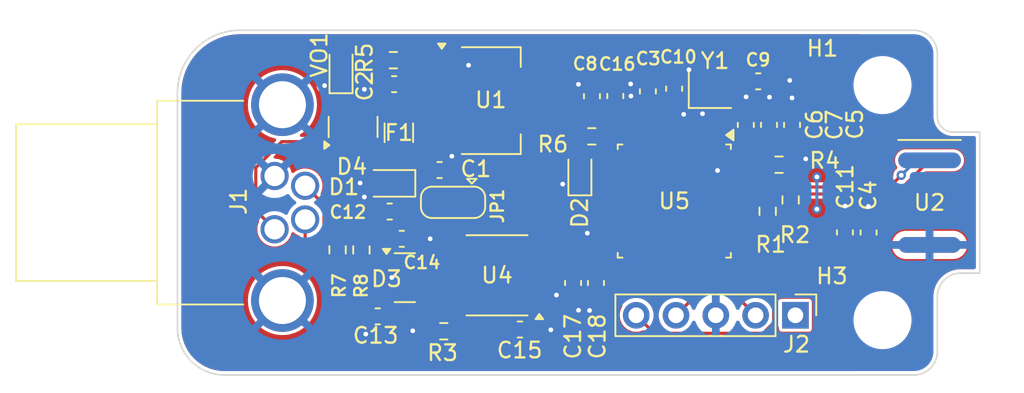
<source format=kicad_pcb>
(kicad_pcb
	(version 20240108)
	(generator "pcbnew")
	(generator_version "8.0")
	(general
		(thickness 1.6)
		(legacy_teardrops no)
	)
	(paper "A4")
	(layers
		(0 "F.Cu" signal)
		(31 "B.Cu" signal)
		(32 "B.Adhes" user "B.Adhesive")
		(33 "F.Adhes" user "F.Adhesive")
		(34 "B.Paste" user)
		(35 "F.Paste" user)
		(36 "B.SilkS" user "B.Silkscreen")
		(37 "F.SilkS" user "F.Silkscreen")
		(38 "B.Mask" user)
		(39 "F.Mask" user)
		(40 "Dwgs.User" user "User.Drawings")
		(41 "Cmts.User" user "User.Comments")
		(42 "Eco1.User" user "User.Eco1")
		(43 "Eco2.User" user "User.Eco2")
		(44 "Edge.Cuts" user)
		(45 "Margin" user)
		(46 "B.CrtYd" user "B.Courtyard")
		(47 "F.CrtYd" user "F.Courtyard")
		(48 "B.Fab" user)
		(49 "F.Fab" user)
		(50 "User.1" user)
		(51 "User.2" user)
		(52 "User.3" user)
		(53 "User.4" user)
		(54 "User.5" user)
		(55 "User.6" user)
		(56 "User.7" user)
		(57 "User.8" user)
		(58 "User.9" user)
	)
	(setup
		(stackup
			(layer "F.SilkS"
				(type "Top Silk Screen")
			)
			(layer "F.Paste"
				(type "Top Solder Paste")
			)
			(layer "F.Mask"
				(type "Top Solder Mask")
				(thickness 0.01)
			)
			(layer "F.Cu"
				(type "copper")
				(thickness 0.035)
			)
			(layer "dielectric 1"
				(type "core")
				(thickness 1.51)
				(material "FR4")
				(epsilon_r 4.5)
				(loss_tangent 0.02)
			)
			(layer "B.Cu"
				(type "copper")
				(thickness 0.035)
			)
			(layer "B.Mask"
				(type "Bottom Solder Mask")
				(thickness 0.01)
			)
			(layer "B.Paste"
				(type "Bottom Solder Paste")
			)
			(layer "B.SilkS"
				(type "Bottom Silk Screen")
			)
			(copper_finish "None")
			(dielectric_constraints no)
		)
		(pad_to_mask_clearance 0)
		(allow_soldermask_bridges_in_footprints no)
		(aux_axis_origin 36 49)
		(pcbplotparams
			(layerselection 0x00010fc_ffffffff)
			(plot_on_all_layers_selection 0x0000000_00000000)
			(disableapertmacros no)
			(usegerberextensions yes)
			(usegerberattributes no)
			(usegerberadvancedattributes no)
			(creategerberjobfile no)
			(dashed_line_dash_ratio 12.000000)
			(dashed_line_gap_ratio 3.000000)
			(svgprecision 4)
			(plotframeref no)
			(viasonmask no)
			(mode 1)
			(useauxorigin yes)
			(hpglpennumber 1)
			(hpglpenspeed 20)
			(hpglpendiameter 15.000000)
			(pdf_front_fp_property_popups yes)
			(pdf_back_fp_property_popups yes)
			(dxfpolygonmode yes)
			(dxfimperialunits yes)
			(dxfusepcbnewfont yes)
			(psnegative no)
			(psa4output no)
			(plotreference yes)
			(plotvalue no)
			(plotfptext yes)
			(plotinvisibletext no)
			(sketchpadsonfab no)
			(subtractmaskfromsilk yes)
			(outputformat 1)
			(mirror no)
			(drillshape 0)
			(scaleselection 1)
			(outputdirectory "gerber")
		)
	)
	(net 0 "")
	(net 1 "+3.3V")
	(net 2 "GND")
	(net 3 "+5V")
	(net 4 "/I2C_SDA")
	(net 5 "/I2C_SCL")
	(net 6 "CAN_H")
	(net 7 "CAN_L")
	(net 8 "Net-(U4-Rs)")
	(net 9 "NRST")
	(net 10 "Net-(U5-PF0)")
	(net 11 "SWDIO")
	(net 12 "Net-(U5-PF1)")
	(net 13 "/Vref")
	(net 14 "Net-(D4-K)")
	(net 15 "Net-(D4-A)")
	(net 16 "Net-(JP1-C)")
	(net 17 "Net-(U5-PB8)")
	(net 18 "unconnected-(U5-PB5-Pad28)")
	(net 19 "unconnected-(U5-PA8-Pad18)")
	(net 20 "unconnected-(U5-PA15-Pad25)")
	(net 21 "SWCLK")
	(net 22 "unconnected-(U5-PA7-Pad13)")
	(net 23 "unconnected-(U5-PA5-Pad11)")
	(net 24 "unconnected-(U5-PA9-Pad19)")
	(net 25 "unconnected-(U5-PA1-Pad7)")
	(net 26 "unconnected-(U5-PB4-Pad27)")
	(net 27 "unconnected-(U5-PA6-Pad12)")
	(net 28 "unconnected-(U5-PA10-Pad20)")
	(net 29 "/CAN_Tx")
	(net 30 "/CAN_Rx")
	(net 31 "unconnected-(U5-PB0-Pad14)")
	(net 32 "unconnected-(U5-PB1-Pad15)")
	(net 33 "unconnected-(U5-PA4-Pad10)")
	(net 34 "Net-(D2-A)")
	(net 35 "unconnected-(U5-PA0-Pad6)")
	(net 36 "/STATUS_LED")
	(net 37 "unconnected-(U5-PA2-Pad8)")
	(net 38 "unconnected-(U5-PB3-Pad26)")
	(net 39 "+3V3")
	(net 40 "Net-(VO1-A)")
	(footprint "Package_TO_SOT_SMD:SOT-23" (layer "F.Cu") (at 146.51 45.79))
	(footprint "Capacitor_SMD:C_0603_1608Metric" (layer "F.Cu") (at 145.545 41.57 180))
	(footprint "Connector_PinHeader_2.54mm:PinHeader_1x05_P2.54mm_Vertical" (layer "F.Cu") (at 171.44 48.19 -90))
	(footprint "Crystal:Crystal_SMD_2016-4Pin_2.0x1.6mm" (layer "F.Cu") (at 165.985 33.81))
	(footprint "FaSTTUBe_connectors:M8_718_4pin_horizontal" (layer "F.Cu") (at 138.2 41 -90))
	(footprint "Capacitor_SMD:C_0603_1608Metric" (layer "F.Cu") (at 153.86 49.1))
	(footprint "MountingHole:MountingHole_3.2mm_M3_DIN965" (layer "F.Cu") (at 177 33.5))
	(footprint "Diode_SMD:D_SOD-323" (layer "F.Cu") (at 145.57 39.77 180))
	(footprint "TTS:TO-39_sidemount" (layer "F.Cu") (at 180 41))
	(footprint "Package_SO:SOIC-8_3.9x4.9mm_P1.27mm" (layer "F.Cu") (at 152.395 45.64 180))
	(footprint "TTS:SOT-23" (layer "F.Cu") (at 143.21 36.17 90))
	(footprint "Resistor_SMD:R_0603_1608Metric" (layer "F.Cu") (at 169.67 41.55 90))
	(footprint "MountingHole:MountingHole_3.2mm_M3_DIN965" (layer "F.Cu") (at 177 48.5))
	(footprint "Resistor_SMD:R_0603_1608Metric" (layer "F.Cu") (at 149 49.21 180))
	(footprint "Resistor_SMD:R_0603_1608Metric" (layer "F.Cu") (at 171.135 40.83 90))
	(footprint "Package_QFP:LQFP-32_7x7mm_P0.8mm" (layer "F.Cu") (at 163.71 40.9 -90))
	(footprint "LED_SMD:LED_0603_1608Metric_Pad1.05x0.95mm_HandSolder" (layer "F.Cu") (at 142.44 32.36 90))
	(footprint "Capacitor_SMD:C_0603_1608Metric" (layer "F.Cu") (at 168.275 36.04 90))
	(footprint "Capacitor_SMD:C_0603_1608Metric" (layer "F.Cu") (at 146.32 43.31 180))
	(footprint "LED_SMD:LED_0603_1608Metric" (layer "F.Cu") (at 157.685 39.05 90))
	(footprint "Fuse:Fuse_1206_3216Metric" (layer "F.Cu") (at 146.13 36.54 -90))
	(footprint "Resistor_SMD:R_0603_1608Metric" (layer "F.Cu") (at 145.78 31.91 180))
	(footprint "Capacitor_SMD:C_0603_1608Metric" (layer "F.Cu") (at 157.25 46.13 -90))
	(footprint "Resistor_SMD:R_0603_1608Metric" (layer "F.Cu") (at 143.74 44.02 90))
	(footprint "Resistor_SMD:R_0603_1608Metric" (layer "F.Cu") (at 170.395 38.58))
	(footprint "Capacitor_SMD:C_0603_1608Metric" (layer "F.Cu") (at 158.455 34.21 90))
	(footprint "Jumper:SolderJumper-3_P1.3mm_Open_RoundedPad1.0x1.5mm" (layer "F.Cu") (at 149.59 40.9825 180))
	(footprint "Capacitor_SMD:C_0603_1608Metric" (layer "F.Cu") (at 163.7 33.73 -90))
	(footprint "Capacitor_SMD:C_0603_1608Metric" (layer "F.Cu") (at 176.11 42.91 90))
	(footprint "Package_TO_SOT_SMD:SOT-223-3_TabPin2" (layer "F.Cu") (at 152 34.49))
	(footprint "Capacitor_SMD:C_0603_1608Metric" (layer "F.Cu") (at 174.6 42.905 90))
	(footprint "Capacitor_SMD:C_0603_1608Metric" (layer "F.Cu") (at 169.065 33.26 180))
	(footprint "Capacitor_SMD:C_0603_1608Metric" (layer "F.Cu") (at 158.71 46.13 -90))
	(footprint "Capacitor_SMD:C_0603_1608Metric" (layer "F.Cu") (at 148.73 38.92))
	(footprint "Resistor_SMD:R_0603_1608Metric" (layer "F.Cu") (at 158.445 36.77 180))
	(footprint "Capacitor_SMD:C_0603_1608Metric" (layer "F.Cu") (at 159.945 34.2 90))
	(footprint "Resistor_SMD:R_0603_1608Metric" (layer "F.Cu") (at 142.22 44.01 -90))
	(footprint "Capacitor_SMD:C_0603_1608Metric" (layer "F.Cu") (at 145.83 33.44 180))
	(footprint "Capacitor_SMD:C_0603_1608Metric" (layer "F.Cu") (at 162.025 33.9 -90))
	(footprint "Capacitor_SMD:C_0603_1608Metric"
		(layer "F.Cu")
		(uuid "f799f0d8-53c8-41b0-ab0d-bc8786e8225b")
		(at 169.755 36.04 90)
		(descr "Capacitor SMD 0603 (1608 Metric), square (rectangular) end terminal, IPC_7351 nominal, (Body size source: IPC-SM-782 page 76, https://www.pcb-3d.com/wordpress/wp-content/uploads/ipc-sm-782a_amendment_1_and_2.pdf), generated with kicad-footprint-generator")
		(tags "capacitor")
		(property "Reference" "C7"
			(at 0 4.17 90)
			(layer "F.SilkS")
			(uuid "ce646771-0a2b-4aa2-bfa9-cea044405c73")
			(effects
				(font
					(size 1 1)
					(thickness 0.15)
				)
			)
		)
		(property "Value" "4.7u"
			(at 0 1.43 90)
			(layer "F.Fab")
			(uuid "fc6c4c72-bdb5-46fb-b4bb-22642a25c161")
			(effects
				(font
					(size 1 1)
					(thickness 0.15)
				)
			)
		)
		(property "Footprint" "Capacitor_SMD:C_0603_1608Metric"
			(at 0 0 90)
			(unlocked yes)
			(layer "F.Fab")
			(hide yes)
			(uuid "7d64e1e9-03e2-4e13-97e2-65d4003b7d9c")
			(effects
				(font
					(size 1.27 1.27)
					(thickness 0.15)
				)
			)
		)
		(property "Datasheet" ""
			(at 0 0 90)
			(unlocked yes)
			(layer "F.Fab")
			(hide yes)
			(uuid "cc3fdb89-739a-4e05-a5b8-39ec390402a5")
			(effects
				(font
					(size 1.27 1.27)
					(thickness 0.15)
				)
			)
		)
		(property "Description" ""
			(at 0 0 90)
			(unlocked yes)
			(layer "F.Fab")
			(hide yes)
			(uuid "8f8bd864-5247-42ec-a757-bfdc2475504f")
			(effects
				(font
					(size 1.27 1.27)
					(thickness 0.15)
				)
			)
		)
		(property "LCSC" "C307331"
			(at 0 0 90)
			(unlocked yes)
			(layer "F.Fab")
			(hide yes)
			(uuid "7ba1aae9-096e-43bd-b1ee-ac2b2d8630ef")
			(effects
				(font
					(size 1 1)
					(thickness 0.15)
				)
			)
		)
		(property ki_fp_filters "C_*")
		(path "/03c70323-fd8c-4a0f-bee3-045c71ce75d3")
		(sheetname "Root")
		(sheetfile "TTS.kicad_sch")
		(attr smd)
		(fp_line
			(start -0.14058 -0.51)
			(end 0.14058 -0.51)
			(stroke
				(width 0.12)
				(type solid)
			)
			(layer "F.SilkS")
			(uuid "5a98640e-5812-45d7-b12d-af1e4304bca7")
		)
		(fp_line
			(start -0.14058 0.51)
			(end 0.14058 0.51)
			(stroke
				(width 0.12)
				(type solid)
			)
			(layer "F.SilkS")
			(uuid "1466c7e4-5a69-4c5d-84cb-5abd2bff22c3")
		)
		(fp_line
			(start 1.48 -0.73)
			(end 1.48 0.73)
			(stroke
				(width 0.05)
				(type solid)
			)
			(layer "F.CrtYd")
			(uuid "2ad5127e-67c6-4a5d-88ef-8f23eddad05b")
		)
		(fp_line
			(start -1.48 -0.73)
			(end 1.48 -0.73)
			(stroke
				(width 0.05)
				(type solid)
			)
			(layer "F.CrtYd")
			(uuid "d4dad208-14a1-4731-9f19-ead8bf982e33")
		)
		(fp_line
			(start 1.48 0.73)
			(end -1.48 0.73)
			(stroke
				(width 0.05)
				(type solid)
			)
			(layer "F.CrtYd")
			(uuid "9ca00a2c-66e5-461b-9c31-fe1a3063b92a")
		)
		(fp_line
			(start -1.48 0.73)
			(end -1.48 -0.73)
			(stroke
				(width 0.05)
				(type solid)
			)
			(layer "F.CrtYd")
			(uuid "348b8e6e-d50c-4a40-a49d-1826cce512d3")
		)
		(fp_line
			(start 0.8 -0.4)
			(end 0.8 0.4)
			(stroke
				(width 0.1)
				(type solid)
			)
			(layer "F.Fab")
			(uuid "0f5fab9c-11d7-48c4-b247-002f0a70536f")
		)
		(fp_line
			(start -0.8 -0.4)
			(end 0.8 -0.4)
			(stroke
				(width 0.1)
				(type solid)
			)
			(layer "F.Fab")
			(uuid "92615bbb-4b24-4ae5-92ba-f4f1a5ecf593")
		)
		(fp_line
			(start 0.8 0.4)
			(end -0.8 0.4)
			(stroke
				(width 0.1)
			
... [210048 chars truncated]
</source>
